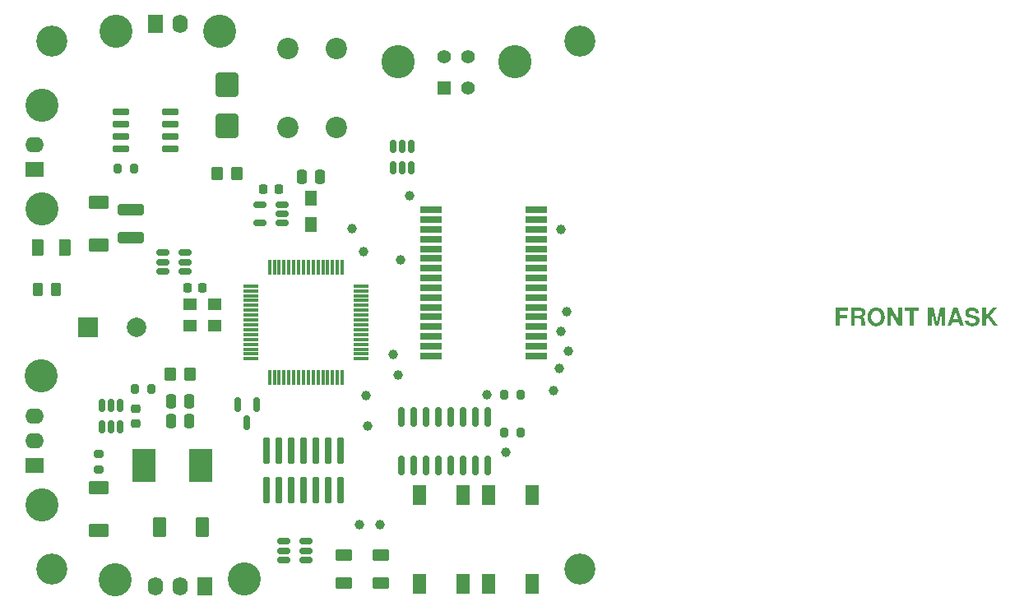
<source format=gbr>
%TF.GenerationSoftware,KiCad,Pcbnew,7.0.9-7.0.9~ubuntu22.04.1*%
%TF.CreationDate,2023-12-25T00:03:17-08:00*%
%TF.ProjectId,IMU-2X,494d552d-3258-42e6-9b69-6361645f7063,2*%
%TF.SameCoordinates,Original*%
%TF.FileFunction,Soldermask,Top*%
%TF.FilePolarity,Negative*%
%FSLAX46Y46*%
G04 Gerber Fmt 4.6, Leading zero omitted, Abs format (unit mm)*
G04 Created by KiCad (PCBNEW 7.0.9-7.0.9~ubuntu22.04.1) date 2023-12-25 00:03:17*
%MOMM*%
%LPD*%
G01*
G04 APERTURE LIST*
G04 Aperture macros list*
%AMRoundRect*
0 Rectangle with rounded corners*
0 $1 Rounding radius*
0 $2 $3 $4 $5 $6 $7 $8 $9 X,Y pos of 4 corners*
0 Add a 4 corners polygon primitive as box body*
4,1,4,$2,$3,$4,$5,$6,$7,$8,$9,$2,$3,0*
0 Add four circle primitives for the rounded corners*
1,1,$1+$1,$2,$3*
1,1,$1+$1,$4,$5*
1,1,$1+$1,$6,$7*
1,1,$1+$1,$8,$9*
0 Add four rect primitives between the rounded corners*
20,1,$1+$1,$2,$3,$4,$5,0*
20,1,$1+$1,$4,$5,$6,$7,0*
20,1,$1+$1,$6,$7,$8,$9,0*
20,1,$1+$1,$8,$9,$2,$3,0*%
G04 Aperture macros list end*
%ADD10C,0.300000*%
%ADD11C,3.403600*%
%ADD12R,1.905000X1.600200*%
%ADD13O,1.905000X1.600200*%
%ADD14RoundRect,0.150000X-0.150000X0.587500X-0.150000X-0.587500X0.150000X-0.587500X0.150000X0.587500X0*%
%ADD15RoundRect,0.250000X0.800000X-0.450000X0.800000X0.450000X-0.800000X0.450000X-0.800000X-0.450000X0*%
%ADD16C,1.000000*%
%ADD17RoundRect,0.150000X0.150000X-0.825000X0.150000X0.825000X-0.150000X0.825000X-0.150000X-0.825000X0*%
%ADD18C,2.200000*%
%ADD19RoundRect,0.250000X0.375000X0.625000X-0.375000X0.625000X-0.375000X-0.625000X0.375000X-0.625000X0*%
%ADD20RoundRect,0.150000X-0.512500X-0.150000X0.512500X-0.150000X0.512500X0.150000X-0.512500X0.150000X0*%
%ADD21RoundRect,0.200000X-0.200000X-0.275000X0.200000X-0.275000X0.200000X0.275000X-0.200000X0.275000X0*%
%ADD22RoundRect,0.150000X0.725000X0.150000X-0.725000X0.150000X-0.725000X-0.150000X0.725000X-0.150000X0*%
%ADD23RoundRect,0.225000X-0.250000X0.225000X-0.250000X-0.225000X0.250000X-0.225000X0.250000X0.225000X0*%
%ADD24RoundRect,0.150000X-0.150000X0.512500X-0.150000X-0.512500X0.150000X-0.512500X0.150000X0.512500X0*%
%ADD25RoundRect,0.250000X0.250000X0.475000X-0.250000X0.475000X-0.250000X-0.475000X0.250000X-0.475000X0*%
%ADD26R,1.600200X1.905000*%
%ADD27O,1.600200X1.905000*%
%ADD28RoundRect,0.150000X0.512500X0.150000X-0.512500X0.150000X-0.512500X-0.150000X0.512500X-0.150000X0*%
%ADD29C,3.200000*%
%ADD30RoundRect,0.250000X-0.350000X-0.450000X0.350000X-0.450000X0.350000X0.450000X-0.350000X0.450000X0*%
%ADD31R,1.400000X1.200000*%
%ADD32RoundRect,0.075000X-0.700000X-0.075000X0.700000X-0.075000X0.700000X0.075000X-0.700000X0.075000X0*%
%ADD33RoundRect,0.075000X-0.075000X-0.700000X0.075000X-0.700000X0.075000X0.700000X-0.075000X0.700000X0*%
%ADD34RoundRect,0.250000X0.900000X-1.000000X0.900000X1.000000X-0.900000X1.000000X-0.900000X-1.000000X0*%
%ADD35RoundRect,0.225000X-0.225000X-0.250000X0.225000X-0.250000X0.225000X0.250000X-0.225000X0.250000X0*%
%ADD36R,1.400000X1.400000*%
%ADD37C,1.400000*%
%ADD38C,3.429000*%
%ADD39R,1.400000X2.100000*%
%ADD40RoundRect,0.250000X0.625000X-0.375000X0.625000X0.375000X-0.625000X0.375000X-0.625000X-0.375000X0*%
%ADD41RoundRect,0.250000X1.100000X-0.325000X1.100000X0.325000X-1.100000X0.325000X-1.100000X-0.325000X0*%
%ADD42R,2.000000X2.000000*%
%ADD43C,2.000000*%
%ADD44RoundRect,0.162500X-0.162500X1.222500X-0.162500X-1.222500X0.162500X-1.222500X0.162500X1.222500X0*%
%ADD45R,2.413000X3.429000*%
%ADD46RoundRect,0.200000X-0.275000X0.200000X-0.275000X-0.200000X0.275000X-0.200000X0.275000X0.200000X0*%
%ADD47R,1.200000X1.500000*%
%ADD48RoundRect,0.250000X-0.262500X-0.450000X0.262500X-0.450000X0.262500X0.450000X-0.262500X0.450000X0*%
%ADD49R,2.200000X0.700000*%
%ADD50RoundRect,0.250000X-0.450000X-0.800000X0.450000X-0.800000X0.450000X0.800000X-0.450000X0.800000X0*%
G04 APERTURE END LIST*
D10*
G36*
X213935399Y-103687157D02*
G01*
X213935399Y-104472741D01*
X213560195Y-104472741D01*
X213560195Y-102649267D01*
X214840839Y-102649267D01*
X214840839Y-102961937D01*
X213935399Y-102961937D01*
X213935399Y-103374487D01*
X214733142Y-103374487D01*
X214733142Y-103687157D01*
X213935399Y-103687157D01*
G37*
G36*
X216127573Y-102649453D02*
G01*
X216153071Y-102650433D01*
X216177883Y-102652252D01*
X216202007Y-102654911D01*
X216225445Y-102658410D01*
X216248195Y-102662749D01*
X216270259Y-102667927D01*
X216291635Y-102673944D01*
X216312325Y-102680802D01*
X216332327Y-102688499D01*
X216351643Y-102697036D01*
X216370176Y-102706178D01*
X216387831Y-102715855D01*
X216404608Y-102726066D01*
X216420507Y-102736812D01*
X216435529Y-102748092D01*
X216449673Y-102759906D01*
X216462938Y-102772254D01*
X216475326Y-102785137D01*
X216486837Y-102798554D01*
X216497469Y-102812506D01*
X216504069Y-102822104D01*
X216516432Y-102841456D01*
X216527900Y-102860862D01*
X216538471Y-102880322D01*
X216548147Y-102899837D01*
X216556927Y-102919406D01*
X216564812Y-102939029D01*
X216571801Y-102958707D01*
X216577894Y-102978439D01*
X216583187Y-102998191D01*
X216587774Y-103018147D01*
X216591655Y-103038306D01*
X216594830Y-103058669D01*
X216597300Y-103079236D01*
X216599064Y-103100006D01*
X216600123Y-103120979D01*
X216600476Y-103142156D01*
X216600175Y-103162579D01*
X216599273Y-103182590D01*
X216597770Y-103202192D01*
X216595665Y-103221382D01*
X216592959Y-103240162D01*
X216589651Y-103258532D01*
X216585743Y-103276491D01*
X216581233Y-103294040D01*
X216576121Y-103311178D01*
X216570408Y-103327906D01*
X216564094Y-103344223D01*
X216549661Y-103375626D01*
X216532824Y-103405386D01*
X216513580Y-103433505D01*
X216491932Y-103459981D01*
X216467877Y-103484816D01*
X216454948Y-103496617D01*
X216441418Y-103508008D01*
X216427286Y-103518989D01*
X216412553Y-103529559D01*
X216397218Y-103539718D01*
X216381282Y-103549467D01*
X216364745Y-103558805D01*
X216347607Y-103567733D01*
X216329867Y-103576250D01*
X216311525Y-103584357D01*
X216292583Y-103592054D01*
X216308969Y-103598825D01*
X216327907Y-103606794D01*
X216345127Y-103614211D01*
X216363524Y-103622384D01*
X216379447Y-103629763D01*
X216392898Y-103636348D01*
X216409237Y-103645739D01*
X216423623Y-103656183D01*
X216438092Y-103668704D01*
X216450560Y-103681091D01*
X216458906Y-103690197D01*
X216470814Y-103703943D01*
X216482700Y-103719323D01*
X216492426Y-103733997D01*
X216500894Y-103749902D01*
X216504069Y-103757508D01*
X216509715Y-103775611D01*
X216513949Y-103793286D01*
X216517477Y-103810696D01*
X216521006Y-103830546D01*
X216523828Y-103848181D01*
X216526651Y-103867377D01*
X216529331Y-103887319D01*
X216531726Y-103907193D01*
X216533837Y-103927000D01*
X216535662Y-103946738D01*
X216537202Y-103966409D01*
X216538458Y-103986012D01*
X216539428Y-104005547D01*
X216540113Y-104025015D01*
X216540765Y-104045615D01*
X216541416Y-104068549D01*
X216541905Y-104087282D01*
X216542393Y-104107328D01*
X216542882Y-104128687D01*
X216543370Y-104151358D01*
X216543859Y-104175343D01*
X216544347Y-104200640D01*
X216544673Y-104218235D01*
X216544999Y-104236413D01*
X216545324Y-104255174D01*
X216546030Y-104274349D01*
X216548149Y-104292462D01*
X216551679Y-104309514D01*
X216558583Y-104330599D01*
X216567998Y-104349798D01*
X216579923Y-104367111D01*
X216594359Y-104382538D01*
X216611306Y-104396078D01*
X216625663Y-104404995D01*
X216625663Y-104472741D01*
X216222666Y-104472741D01*
X216214347Y-104456537D01*
X216206761Y-104440496D01*
X216198309Y-104420675D01*
X216191002Y-104401107D01*
X216184840Y-104381794D01*
X216179824Y-104362736D01*
X216176634Y-104347673D01*
X216173382Y-104327291D01*
X216171176Y-104308604D01*
X216169324Y-104287800D01*
X216167824Y-104264879D01*
X216166931Y-104246299D01*
X216166237Y-104226528D01*
X216165740Y-104205566D01*
X216165443Y-104183414D01*
X216165344Y-104160071D01*
X216165377Y-104141798D01*
X216165515Y-104120388D01*
X216165759Y-104100568D01*
X216166109Y-104082339D01*
X216166669Y-104062563D01*
X216167381Y-104045077D01*
X216167515Y-104042385D01*
X216168530Y-104024244D01*
X216169385Y-104004682D01*
X216169914Y-103986368D01*
X216170120Y-103967257D01*
X216169636Y-103946319D01*
X216168182Y-103926494D01*
X216165758Y-103907785D01*
X216162365Y-103890189D01*
X216156333Y-103868462D01*
X216148577Y-103848717D01*
X216139098Y-103830953D01*
X216127895Y-103815170D01*
X216114969Y-103801369D01*
X216100231Y-103789257D01*
X216083376Y-103778760D01*
X216064404Y-103769878D01*
X216043315Y-103762611D01*
X216026109Y-103758220D01*
X216007713Y-103754738D01*
X215988125Y-103752164D01*
X215967346Y-103750499D01*
X215945377Y-103749742D01*
X215937789Y-103749691D01*
X215507434Y-103749691D01*
X215507434Y-104472741D01*
X215132230Y-104472741D01*
X215132230Y-102961937D01*
X215507434Y-102961937D01*
X215507434Y-103437021D01*
X215959937Y-103437021D01*
X215984265Y-103436605D01*
X216007417Y-103435357D01*
X216029394Y-103433277D01*
X216050196Y-103430365D01*
X216069822Y-103426621D01*
X216088272Y-103422044D01*
X216105547Y-103416636D01*
X216126751Y-103408131D01*
X216145865Y-103398146D01*
X216158830Y-103389687D01*
X216174402Y-103376191D01*
X216187898Y-103359587D01*
X216199318Y-103339875D01*
X216206520Y-103323052D01*
X216212554Y-103304481D01*
X216217421Y-103284162D01*
X216221119Y-103262094D01*
X216223650Y-103238279D01*
X216225012Y-103212716D01*
X216225272Y-103194702D01*
X216224699Y-103169230D01*
X216222982Y-103145415D01*
X216220119Y-103123256D01*
X216216112Y-103102754D01*
X216210959Y-103083908D01*
X216204661Y-103066718D01*
X216194483Y-103046376D01*
X216182270Y-103028978D01*
X216168020Y-103014525D01*
X216160132Y-103008403D01*
X216142755Y-102997513D01*
X216123193Y-102988074D01*
X216101446Y-102980088D01*
X216083702Y-102975051D01*
X216064728Y-102970831D01*
X216044526Y-102967427D01*
X216023095Y-102964841D01*
X216000435Y-102963071D01*
X215976546Y-102962118D01*
X215959937Y-102961937D01*
X215507434Y-102961937D01*
X215132230Y-102961937D01*
X215132230Y-102649267D01*
X216110192Y-102649267D01*
X216127573Y-102649453D01*
G37*
G36*
X217728056Y-102619563D02*
G01*
X217752308Y-102620344D01*
X217776262Y-102621646D01*
X217799919Y-102623469D01*
X217823278Y-102625812D01*
X217846340Y-102628677D01*
X217869103Y-102632062D01*
X217891569Y-102635968D01*
X217913737Y-102640394D01*
X217935608Y-102645342D01*
X217957181Y-102650810D01*
X217978456Y-102656799D01*
X217999433Y-102663308D01*
X218020113Y-102670339D01*
X218040495Y-102677890D01*
X218060579Y-102685962D01*
X218080366Y-102694555D01*
X218099855Y-102703669D01*
X218119046Y-102713303D01*
X218137939Y-102723458D01*
X218156535Y-102734134D01*
X218174833Y-102745331D01*
X218192833Y-102757048D01*
X218210536Y-102769287D01*
X218227941Y-102782046D01*
X218245048Y-102795325D01*
X218261858Y-102809126D01*
X218278369Y-102823447D01*
X218294583Y-102838290D01*
X218310500Y-102853652D01*
X218326118Y-102869536D01*
X218341439Y-102885941D01*
X218356374Y-102902743D01*
X218370835Y-102919876D01*
X218384822Y-102937339D01*
X218398335Y-102955131D01*
X218411373Y-102973254D01*
X218423938Y-102991706D01*
X218436028Y-103010488D01*
X218447644Y-103029601D01*
X218458786Y-103049043D01*
X218469454Y-103068815D01*
X218479648Y-103088917D01*
X218489367Y-103109349D01*
X218498613Y-103130111D01*
X218507384Y-103151203D01*
X218515681Y-103172625D01*
X218523504Y-103194376D01*
X218530853Y-103216458D01*
X218537728Y-103238870D01*
X218544129Y-103261611D01*
X218550056Y-103284683D01*
X218555508Y-103308084D01*
X218560486Y-103331816D01*
X218564991Y-103355877D01*
X218569021Y-103380269D01*
X218572577Y-103404990D01*
X218575658Y-103430041D01*
X218578266Y-103455422D01*
X218580400Y-103481133D01*
X218582059Y-103507174D01*
X218583245Y-103533545D01*
X218583956Y-103560246D01*
X218584193Y-103587277D01*
X218583960Y-103612466D01*
X218583260Y-103637390D01*
X218582094Y-103662047D01*
X218580461Y-103686438D01*
X218578362Y-103710563D01*
X218575796Y-103734421D01*
X218572764Y-103758013D01*
X218569265Y-103781338D01*
X218565300Y-103804398D01*
X218560868Y-103827190D01*
X218555970Y-103849717D01*
X218550605Y-103871977D01*
X218544774Y-103893971D01*
X218538476Y-103915699D01*
X218531712Y-103937160D01*
X218524482Y-103958355D01*
X218516784Y-103979284D01*
X218508621Y-103999946D01*
X218499991Y-104020342D01*
X218490894Y-104040472D01*
X218481331Y-104060335D01*
X218471301Y-104079932D01*
X218460805Y-104099263D01*
X218449842Y-104118327D01*
X218438413Y-104137125D01*
X218426518Y-104155657D01*
X218414156Y-104173922D01*
X218401327Y-104191921D01*
X218388032Y-104209654D01*
X218374270Y-104227120D01*
X218360042Y-104244320D01*
X218345348Y-104261254D01*
X218330262Y-104277792D01*
X218314861Y-104293805D01*
X218299144Y-104309293D01*
X218283112Y-104324256D01*
X218266765Y-104338694D01*
X218250101Y-104352607D01*
X218233123Y-104365995D01*
X218215829Y-104378858D01*
X218198219Y-104391196D01*
X218180294Y-104403009D01*
X218162053Y-104414297D01*
X218143496Y-104425060D01*
X218124625Y-104435298D01*
X218105437Y-104445010D01*
X218085934Y-104454198D01*
X218066116Y-104462861D01*
X218045982Y-104470999D01*
X218025533Y-104478612D01*
X218004768Y-104485699D01*
X217983687Y-104492262D01*
X217962291Y-104498300D01*
X217940580Y-104503812D01*
X217918553Y-104508800D01*
X217896210Y-104513263D01*
X217873552Y-104517200D01*
X217850579Y-104520613D01*
X217827290Y-104523501D01*
X217803685Y-104525863D01*
X217779765Y-104527701D01*
X217755529Y-104529013D01*
X217730978Y-104529801D01*
X217706111Y-104530063D01*
X217681404Y-104529802D01*
X217657004Y-104529018D01*
X217632912Y-104527712D01*
X217609128Y-104525884D01*
X217585652Y-104523532D01*
X217562484Y-104520659D01*
X217539623Y-104517263D01*
X217517071Y-104513344D01*
X217494826Y-104508903D01*
X217472890Y-104503940D01*
X217451261Y-104498454D01*
X217429940Y-104492445D01*
X217408927Y-104485914D01*
X217388222Y-104478861D01*
X217367825Y-104471285D01*
X217347735Y-104463187D01*
X217327954Y-104454566D01*
X217308480Y-104445423D01*
X217289314Y-104435757D01*
X217270457Y-104425569D01*
X217251907Y-104414858D01*
X217233665Y-104403625D01*
X217215731Y-104391869D01*
X217198104Y-104379591D01*
X217180786Y-104366790D01*
X217163775Y-104353467D01*
X217147073Y-104339622D01*
X217130678Y-104325254D01*
X217114591Y-104310363D01*
X217098812Y-104294950D01*
X217083341Y-104279015D01*
X217068178Y-104262557D01*
X217053403Y-104245688D01*
X217039098Y-104228521D01*
X217025261Y-104211056D01*
X217011893Y-104193292D01*
X216998995Y-104175229D01*
X216986565Y-104156868D01*
X216974605Y-104138208D01*
X216963113Y-104119250D01*
X216952091Y-104099993D01*
X216941537Y-104080437D01*
X216931453Y-104060583D01*
X216921838Y-104040431D01*
X216912692Y-104019980D01*
X216904014Y-103999230D01*
X216895806Y-103978182D01*
X216888067Y-103956835D01*
X216880797Y-103935190D01*
X216873996Y-103913246D01*
X216867664Y-103891003D01*
X216861801Y-103868462D01*
X216856407Y-103845623D01*
X216851482Y-103822485D01*
X216847026Y-103799048D01*
X216843039Y-103775313D01*
X216839522Y-103751279D01*
X216836473Y-103726947D01*
X216833893Y-103702316D01*
X216831782Y-103677386D01*
X216830141Y-103652158D01*
X216828968Y-103626632D01*
X216828265Y-103600807D01*
X216828034Y-103575117D01*
X217203234Y-103575117D01*
X217203368Y-103592974D01*
X217203772Y-103610608D01*
X217204444Y-103628020D01*
X217206595Y-103662178D01*
X217209821Y-103695446D01*
X217214123Y-103727826D01*
X217219501Y-103759317D01*
X217225954Y-103789919D01*
X217233482Y-103819632D01*
X217242086Y-103848457D01*
X217251765Y-103876392D01*
X217262520Y-103903438D01*
X217274350Y-103929596D01*
X217287256Y-103954865D01*
X217301237Y-103979245D01*
X217316294Y-104002736D01*
X217332426Y-104025338D01*
X217340896Y-104036305D01*
X217358454Y-104057340D01*
X217376716Y-104077018D01*
X217395679Y-104095338D01*
X217415345Y-104112302D01*
X217435713Y-104127908D01*
X217456783Y-104142157D01*
X217478556Y-104155049D01*
X217501030Y-104166585D01*
X217524207Y-104176763D01*
X217548087Y-104185584D01*
X217572669Y-104193047D01*
X217597953Y-104199154D01*
X217623939Y-104203904D01*
X217650627Y-104207297D01*
X217678018Y-104209332D01*
X217706111Y-104210011D01*
X217733945Y-104209337D01*
X217761100Y-104207317D01*
X217787577Y-104203950D01*
X217813375Y-104199236D01*
X217838494Y-104193175D01*
X217862935Y-104185767D01*
X217886697Y-104177012D01*
X217909781Y-104166910D01*
X217932186Y-104155462D01*
X217953913Y-104142666D01*
X217974961Y-104128524D01*
X217995331Y-104113034D01*
X218015022Y-104096198D01*
X218034035Y-104078015D01*
X218052369Y-104058485D01*
X218070024Y-104037608D01*
X218086852Y-104015585D01*
X218102594Y-103992723D01*
X218117251Y-103969023D01*
X218130821Y-103944486D01*
X218143306Y-103919110D01*
X218154706Y-103892897D01*
X218165020Y-103865845D01*
X218174248Y-103837955D01*
X218182390Y-103809228D01*
X218189447Y-103779662D01*
X218195418Y-103749259D01*
X218200304Y-103718017D01*
X218204103Y-103685938D01*
X218206818Y-103653020D01*
X218208446Y-103619265D01*
X218208989Y-103584671D01*
X218208856Y-103566359D01*
X218208456Y-103548281D01*
X218207790Y-103530437D01*
X218206858Y-103512828D01*
X218205660Y-103495452D01*
X218202464Y-103461403D01*
X218198203Y-103428290D01*
X218192876Y-103396114D01*
X218186484Y-103364874D01*
X218179027Y-103334571D01*
X218170505Y-103305204D01*
X218160917Y-103276773D01*
X218150264Y-103249279D01*
X218138546Y-103222721D01*
X218125762Y-103197099D01*
X218111913Y-103172414D01*
X218096999Y-103148665D01*
X218081019Y-103125853D01*
X218072630Y-103114798D01*
X218055219Y-103093553D01*
X218037075Y-103073678D01*
X218018198Y-103055175D01*
X217998588Y-103038042D01*
X217978246Y-103022279D01*
X217957170Y-103007887D01*
X217935362Y-102994866D01*
X217912821Y-102983216D01*
X217889547Y-102972936D01*
X217865541Y-102964027D01*
X217840801Y-102956488D01*
X217815329Y-102950320D01*
X217789124Y-102945523D01*
X217762186Y-102942096D01*
X217734515Y-102940040D01*
X217706111Y-102939355D01*
X217678018Y-102940035D01*
X217650627Y-102942076D01*
X217623939Y-102945477D01*
X217597953Y-102950239D01*
X217572669Y-102956361D01*
X217548087Y-102963843D01*
X217524207Y-102972687D01*
X217501030Y-102982890D01*
X217478556Y-102994454D01*
X217456783Y-103007378D01*
X217435713Y-103021663D01*
X217415345Y-103037309D01*
X217395679Y-103054315D01*
X217376716Y-103072681D01*
X217358454Y-103092408D01*
X217340896Y-103113495D01*
X217324226Y-103135654D01*
X217308631Y-103158706D01*
X217294112Y-103182650D01*
X217280669Y-103207486D01*
X217268301Y-103233214D01*
X217257008Y-103259835D01*
X217246791Y-103287348D01*
X217237649Y-103315753D01*
X217229583Y-103345051D01*
X217222593Y-103375241D01*
X217216677Y-103406323D01*
X217211838Y-103438297D01*
X217208074Y-103471164D01*
X217205385Y-103504923D01*
X217203772Y-103539574D01*
X217203368Y-103557234D01*
X217203234Y-103575117D01*
X216828034Y-103575117D01*
X216828030Y-103574683D01*
X216828266Y-103548559D01*
X216828973Y-103522734D01*
X216830152Y-103497208D01*
X216831803Y-103471980D01*
X216833925Y-103447050D01*
X216836519Y-103422419D01*
X216839584Y-103398087D01*
X216843121Y-103374053D01*
X216847129Y-103350318D01*
X216851609Y-103326881D01*
X216856561Y-103303743D01*
X216861984Y-103280904D01*
X216867879Y-103258363D01*
X216874245Y-103236120D01*
X216881083Y-103214176D01*
X216888393Y-103192531D01*
X216896174Y-103171184D01*
X216904427Y-103150136D01*
X216913151Y-103129386D01*
X216922347Y-103108935D01*
X216932014Y-103088783D01*
X216942153Y-103068929D01*
X216952764Y-103049373D01*
X216963846Y-103030116D01*
X216975400Y-103011158D01*
X216987425Y-102992498D01*
X216999922Y-102974137D01*
X217012891Y-102956074D01*
X217026331Y-102938310D01*
X217040243Y-102920845D01*
X217054626Y-102903678D01*
X217069481Y-102886809D01*
X217084719Y-102870351D01*
X217100252Y-102854416D01*
X217116081Y-102839003D01*
X217132205Y-102824112D01*
X217148624Y-102809744D01*
X217165338Y-102795899D01*
X217182347Y-102782576D01*
X217199651Y-102769775D01*
X217217251Y-102757497D01*
X217235146Y-102745741D01*
X217253335Y-102734508D01*
X217271821Y-102723797D01*
X217290601Y-102713609D01*
X217309676Y-102703943D01*
X217329047Y-102694800D01*
X217348712Y-102686179D01*
X217368673Y-102678081D01*
X217388929Y-102670505D01*
X217409480Y-102663452D01*
X217430327Y-102656921D01*
X217451468Y-102650912D01*
X217472905Y-102645426D01*
X217494637Y-102640463D01*
X217516664Y-102636022D01*
X217538986Y-102632103D01*
X217561603Y-102628707D01*
X217584516Y-102625834D01*
X217607724Y-102623482D01*
X217631226Y-102621654D01*
X217655024Y-102620348D01*
X217679118Y-102619564D01*
X217703506Y-102619303D01*
X217728056Y-102619563D01*
G37*
G36*
X219981654Y-104472741D02*
G01*
X219249051Y-103212073D01*
X219249051Y-104472741D01*
X218873847Y-104472741D01*
X218873847Y-102649267D01*
X219259039Y-102649267D01*
X219981654Y-103889959D01*
X219981654Y-102649267D01*
X220356858Y-102649267D01*
X220356858Y-104472741D01*
X219981654Y-104472741D01*
G37*
G36*
X221551083Y-102961937D02*
G01*
X221551083Y-104472741D01*
X221175879Y-104472741D01*
X221175879Y-102961937D01*
X220623061Y-102961937D01*
X220623061Y-102649267D01*
X222083925Y-102649267D01*
X222083925Y-102961937D01*
X221551083Y-102961937D01*
G37*
G36*
X223416246Y-103051829D02*
G01*
X223416246Y-104472741D01*
X223041042Y-104472741D01*
X223041042Y-102649267D01*
X223601242Y-102649267D01*
X223931283Y-104100142D01*
X224251769Y-102649267D01*
X224816747Y-102649267D01*
X224816747Y-104472741D01*
X224441543Y-104472741D01*
X224441543Y-103051829D01*
X224118885Y-104472741D01*
X223743681Y-104472741D01*
X223416246Y-103051829D01*
G37*
G36*
X226723599Y-104472741D02*
G01*
X226338407Y-104472741D01*
X226218550Y-104104919D01*
X225535453Y-104104919D01*
X225412991Y-104472741D01*
X225030404Y-104472741D01*
X225272036Y-103792249D01*
X225640545Y-103792249D01*
X226115630Y-103792249D01*
X225878087Y-103079622D01*
X225640545Y-103792249D01*
X225272036Y-103792249D01*
X225677892Y-102649267D01*
X226093482Y-102649267D01*
X226723599Y-104472741D01*
G37*
G36*
X228276960Y-103204690D02*
G01*
X227926944Y-103204690D01*
X227925361Y-103187137D01*
X227920187Y-103153702D01*
X227912336Y-103122496D01*
X227901809Y-103093519D01*
X227888604Y-103066771D01*
X227872723Y-103042252D01*
X227854165Y-103019962D01*
X227832930Y-102999901D01*
X227809019Y-102982069D01*
X227782430Y-102966466D01*
X227753165Y-102953092D01*
X227721223Y-102941948D01*
X227704248Y-102937211D01*
X227686604Y-102933032D01*
X227668291Y-102929409D01*
X227649308Y-102926345D01*
X227629656Y-102923837D01*
X227609335Y-102921887D01*
X227588345Y-102920493D01*
X227566686Y-102919658D01*
X227544357Y-102919379D01*
X227526461Y-102919618D01*
X227509033Y-102920336D01*
X227483768Y-102922309D01*
X227459557Y-102925359D01*
X227436400Y-102929484D01*
X227414295Y-102934687D01*
X227393245Y-102940965D01*
X227373247Y-102948320D01*
X227354303Y-102956752D01*
X227336413Y-102966259D01*
X227319576Y-102976843D01*
X227314198Y-102980610D01*
X227298987Y-102992454D01*
X227285272Y-103005022D01*
X227273053Y-103018316D01*
X227262330Y-103032335D01*
X227253104Y-103047079D01*
X227243129Y-103067866D01*
X227237394Y-103084302D01*
X227233155Y-103101464D01*
X227230412Y-103119351D01*
X227229165Y-103137962D01*
X227229082Y-103144328D01*
X227229719Y-103162682D01*
X227231632Y-103180129D01*
X227236164Y-103201978D01*
X227242963Y-103222212D01*
X227252028Y-103240831D01*
X227263360Y-103257835D01*
X227276958Y-103273224D01*
X227292822Y-103286999D01*
X227301604Y-103293280D01*
X227321729Y-103305311D01*
X227339442Y-103314164D01*
X227359398Y-103322873D01*
X227381599Y-103331436D01*
X227406044Y-103339855D01*
X227423588Y-103345387D01*
X227442129Y-103350854D01*
X227461667Y-103356257D01*
X227482203Y-103361595D01*
X227503737Y-103366869D01*
X227526268Y-103372079D01*
X227549796Y-103377224D01*
X227574322Y-103382304D01*
X227859199Y-103437021D01*
X227890254Y-103443586D01*
X227920233Y-103450687D01*
X227949137Y-103458324D01*
X227976966Y-103466497D01*
X228003719Y-103475206D01*
X228029396Y-103484451D01*
X228053998Y-103494232D01*
X228077525Y-103504549D01*
X228099976Y-103515403D01*
X228121351Y-103526792D01*
X228141652Y-103538717D01*
X228160876Y-103551178D01*
X228179025Y-103564176D01*
X228196099Y-103577709D01*
X228212097Y-103591779D01*
X228227020Y-103606384D01*
X228240956Y-103621580D01*
X228253992Y-103637529D01*
X228266129Y-103654231D01*
X228277368Y-103671687D01*
X228287707Y-103689895D01*
X228297147Y-103708857D01*
X228305688Y-103728572D01*
X228313330Y-103749040D01*
X228320073Y-103770261D01*
X228325917Y-103792236D01*
X228330862Y-103814963D01*
X228334907Y-103838444D01*
X228338054Y-103862678D01*
X228340302Y-103887665D01*
X228341650Y-103913405D01*
X228342100Y-103939899D01*
X228341328Y-103974112D01*
X228339013Y-104007379D01*
X228335153Y-104039700D01*
X228329751Y-104071074D01*
X228322804Y-104101501D01*
X228314314Y-104130982D01*
X228304280Y-104159516D01*
X228292702Y-104187103D01*
X228279581Y-104213745D01*
X228264916Y-104239439D01*
X228248708Y-104264187D01*
X228230956Y-104287988D01*
X228211660Y-104310843D01*
X228190820Y-104332751D01*
X228168437Y-104353713D01*
X228144510Y-104373728D01*
X228119206Y-104392660D01*
X228092690Y-104410369D01*
X228064963Y-104426858D01*
X228036025Y-104442125D01*
X228005876Y-104456171D01*
X227974516Y-104468995D01*
X227941945Y-104480598D01*
X227925205Y-104485941D01*
X227908162Y-104490980D01*
X227890816Y-104495712D01*
X227873168Y-104500140D01*
X227855217Y-104504262D01*
X227836963Y-104508079D01*
X227818406Y-104511590D01*
X227799547Y-104514796D01*
X227780384Y-104517697D01*
X227760919Y-104520292D01*
X227741151Y-104522582D01*
X227721081Y-104524567D01*
X227700707Y-104526247D01*
X227680031Y-104527621D01*
X227659052Y-104528689D01*
X227637770Y-104529453D01*
X227616185Y-104529911D01*
X227594298Y-104530063D01*
X227572574Y-104529912D01*
X227551155Y-104529458D01*
X227530040Y-104528701D01*
X227509230Y-104527641D01*
X227488724Y-104526278D01*
X227468522Y-104524613D01*
X227448626Y-104522645D01*
X227429033Y-104520374D01*
X227409745Y-104517800D01*
X227390762Y-104514923D01*
X227372083Y-104511744D01*
X227353709Y-104508262D01*
X227335639Y-104504477D01*
X227317874Y-104500389D01*
X227300413Y-104495999D01*
X227283256Y-104491305D01*
X227266404Y-104486309D01*
X227249857Y-104481010D01*
X227217676Y-104469504D01*
X227186712Y-104456786D01*
X227156967Y-104442858D01*
X227128440Y-104427718D01*
X227101130Y-104411367D01*
X227075039Y-104393805D01*
X227050165Y-104375031D01*
X227026642Y-104355114D01*
X227004493Y-104334122D01*
X226983718Y-104312054D01*
X226964317Y-104288911D01*
X226946290Y-104264693D01*
X226929637Y-104239398D01*
X226914358Y-104213029D01*
X226900453Y-104185584D01*
X226887922Y-104157063D01*
X226876765Y-104127467D01*
X226866982Y-104096795D01*
X226858573Y-104065048D01*
X226851539Y-104032226D01*
X226845878Y-103998328D01*
X226843563Y-103980975D01*
X226841591Y-103963354D01*
X226839963Y-103945464D01*
X226838679Y-103927305D01*
X227203895Y-103927305D01*
X227205515Y-103945488D01*
X227207878Y-103963125D01*
X227210984Y-103980216D01*
X227217036Y-104004828D01*
X227224760Y-104028210D01*
X227234155Y-104050364D01*
X227245223Y-104071289D01*
X227257962Y-104090985D01*
X227272373Y-104109452D01*
X227288455Y-104126690D01*
X227306210Y-104142698D01*
X227318975Y-104152688D01*
X227339427Y-104166502D01*
X227361376Y-104178958D01*
X227384821Y-104190054D01*
X227401283Y-104196697D01*
X227418409Y-104202736D01*
X227436200Y-104208171D01*
X227454657Y-104213002D01*
X227473778Y-104217230D01*
X227493564Y-104220853D01*
X227514015Y-104223873D01*
X227535131Y-104226288D01*
X227556912Y-104228100D01*
X227579358Y-104229308D01*
X227602469Y-104229912D01*
X227614274Y-104229987D01*
X227635273Y-104229734D01*
X227655712Y-104228976D01*
X227675592Y-104227712D01*
X227694911Y-104225943D01*
X227713671Y-104223668D01*
X227731871Y-104220888D01*
X227749511Y-104217602D01*
X227766592Y-104213811D01*
X227791163Y-104207176D01*
X227814475Y-104199404D01*
X227836527Y-104190494D01*
X227857319Y-104180447D01*
X227876852Y-104169263D01*
X227883083Y-104165282D01*
X227900778Y-104152629D01*
X227916732Y-104139099D01*
X227930945Y-104124690D01*
X227943419Y-104109404D01*
X227954151Y-104093240D01*
X227963144Y-104076198D01*
X227970396Y-104058279D01*
X227975907Y-104039481D01*
X227979678Y-104019805D01*
X227981709Y-103999252D01*
X227982095Y-103985062D01*
X227981412Y-103964823D01*
X227979363Y-103945470D01*
X227975946Y-103927002D01*
X227971164Y-103909419D01*
X227965015Y-103892722D01*
X227957500Y-103876910D01*
X227945354Y-103857206D01*
X227934651Y-103843460D01*
X227922581Y-103830600D01*
X227909145Y-103818626D01*
X227904362Y-103814831D01*
X227888899Y-103803812D01*
X227871497Y-103793228D01*
X227852156Y-103783079D01*
X227830877Y-103773365D01*
X227807658Y-103764087D01*
X227791102Y-103758143D01*
X227773683Y-103752392D01*
X227755404Y-103746835D01*
X227736262Y-103741471D01*
X227716259Y-103736301D01*
X227695394Y-103731324D01*
X227673667Y-103726540D01*
X227651079Y-103721950D01*
X227639461Y-103719727D01*
X227384114Y-103669787D01*
X227366927Y-103666444D01*
X227333488Y-103659408D01*
X227301299Y-103651903D01*
X227270357Y-103643930D01*
X227240665Y-103635489D01*
X227212220Y-103626580D01*
X227185024Y-103617203D01*
X227159077Y-103607357D01*
X227134378Y-103597043D01*
X227110928Y-103586261D01*
X227088727Y-103575011D01*
X227067773Y-103563293D01*
X227048069Y-103551106D01*
X227029612Y-103538452D01*
X227012405Y-103525329D01*
X226996445Y-103511738D01*
X226988934Y-103504767D01*
X226974683Y-103490315D01*
X226961352Y-103475081D01*
X226948939Y-103459062D01*
X226937447Y-103442260D01*
X226926873Y-103424674D01*
X226917219Y-103406304D01*
X226908485Y-103387151D01*
X226900670Y-103367213D01*
X226893774Y-103346493D01*
X226887798Y-103324988D01*
X226882741Y-103302700D01*
X226878604Y-103279628D01*
X226875386Y-103255772D01*
X226873087Y-103231133D01*
X226871708Y-103205710D01*
X226871249Y-103179503D01*
X226871956Y-103146538D01*
X226874078Y-103114519D01*
X226877615Y-103083448D01*
X226882567Y-103053322D01*
X226888933Y-103024143D01*
X226896714Y-102995911D01*
X226905910Y-102968625D01*
X226916521Y-102942286D01*
X226928546Y-102916894D01*
X226941986Y-102892448D01*
X226956841Y-102868948D01*
X226973111Y-102846395D01*
X226990795Y-102824789D01*
X227009894Y-102804129D01*
X227030408Y-102784416D01*
X227052337Y-102765650D01*
X227075599Y-102747928D01*
X227100004Y-102731350D01*
X227125552Y-102715914D01*
X227152244Y-102701623D01*
X227180080Y-102688474D01*
X227209058Y-102676469D01*
X227239180Y-102665608D01*
X227270446Y-102655889D01*
X227302854Y-102647314D01*
X227336406Y-102639883D01*
X227353611Y-102636596D01*
X227371101Y-102633594D01*
X227388878Y-102630879D01*
X227406940Y-102628449D01*
X227425288Y-102626306D01*
X227443922Y-102624448D01*
X227462842Y-102622876D01*
X227482047Y-102621589D01*
X227501539Y-102620589D01*
X227521316Y-102619874D01*
X227541379Y-102619446D01*
X227561728Y-102619303D01*
X227579503Y-102619413D01*
X227597163Y-102619745D01*
X227614709Y-102620299D01*
X227632140Y-102621074D01*
X227655203Y-102622451D01*
X227678063Y-102624222D01*
X227700720Y-102626387D01*
X227723172Y-102628945D01*
X227745422Y-102631896D01*
X227767847Y-102635357D01*
X227790612Y-102639659D01*
X227807908Y-102643437D01*
X227825396Y-102647689D01*
X227843074Y-102652414D01*
X227860943Y-102657613D01*
X227879002Y-102663285D01*
X227897253Y-102669430D01*
X227915694Y-102676048D01*
X227934326Y-102683139D01*
X227952891Y-102690585D01*
X227970967Y-102698427D01*
X227988555Y-102706666D01*
X228005654Y-102715302D01*
X228022265Y-102724335D01*
X228038387Y-102733765D01*
X228054020Y-102743592D01*
X228069165Y-102753816D01*
X228083822Y-102764437D01*
X228097989Y-102775454D01*
X228107163Y-102783020D01*
X228120551Y-102794921D01*
X228133519Y-102807661D01*
X228146068Y-102821241D01*
X228158196Y-102835661D01*
X228169905Y-102850920D01*
X228181193Y-102867020D01*
X228192062Y-102883958D01*
X228202511Y-102901737D01*
X228212541Y-102920355D01*
X228222150Y-102939813D01*
X228228323Y-102953252D01*
X228237015Y-102973909D01*
X228244852Y-102995170D01*
X228251834Y-103017034D01*
X228257961Y-103039500D01*
X228263234Y-103062570D01*
X228267651Y-103086243D01*
X228271213Y-103110519D01*
X228273921Y-103135398D01*
X228275773Y-103160880D01*
X228276770Y-103186965D01*
X228276960Y-103204690D01*
G37*
G36*
X229007826Y-103862600D02*
G01*
X229007826Y-104472741D01*
X228632622Y-104472741D01*
X228632622Y-102649267D01*
X229007826Y-102649267D01*
X229007826Y-103449615D01*
X229720453Y-102649267D01*
X230163402Y-102649267D01*
X229435576Y-103434850D01*
X230240701Y-104472741D01*
X229792975Y-104472741D01*
X229195428Y-103667181D01*
X229007826Y-103862600D01*
G37*
D11*
%TO.C,J5*%
X131726000Y-109608000D03*
X131826000Y-122936000D03*
D12*
X131064000Y-118872000D03*
D13*
X131064000Y-116332000D03*
X131064000Y-113792000D03*
%TD*%
D14*
%TO.C,U8*%
X153900000Y-112602500D03*
X152000000Y-112602500D03*
X152950000Y-114477500D03*
%TD*%
D15*
%TO.C,D4*%
X137693400Y-125567800D03*
X137693400Y-121167800D03*
%TD*%
D16*
%TO.C,TP1*%
X169646600Y-91135200D03*
%TD*%
D15*
%TO.C,D2*%
X137668000Y-96180000D03*
X137668000Y-91780000D03*
%TD*%
D17*
%TO.C,U10*%
X168795000Y-118855000D03*
X170065000Y-118855000D03*
X171335000Y-118855000D03*
X172605000Y-118855000D03*
X173875000Y-118855000D03*
X175145000Y-118855000D03*
X176415000Y-118855000D03*
X177685000Y-118855000D03*
X177685000Y-113905000D03*
X176415000Y-113905000D03*
X175145000Y-113905000D03*
X173875000Y-113905000D03*
X172605000Y-113905000D03*
X171335000Y-113905000D03*
X170065000Y-113905000D03*
X168795000Y-113905000D03*
%TD*%
D16*
%TO.C,TP12*%
X184454800Y-111201200D03*
%TD*%
D18*
%TO.C,J2*%
X162178500Y-75910500D03*
X157178500Y-75910500D03*
X162178500Y-84110500D03*
X157178500Y-84110500D03*
%TD*%
D19*
%TO.C,D3*%
X134242000Y-96393000D03*
X131442000Y-96393000D03*
%TD*%
D20*
%TO.C,U11*%
X156723500Y-126685000D03*
X156723500Y-127635000D03*
X156723500Y-128585000D03*
X158998500Y-128585000D03*
X158998500Y-127635000D03*
X158998500Y-126685000D03*
%TD*%
D21*
%TO.C,R6*%
X179445000Y-111570000D03*
X181095000Y-111570000D03*
%TD*%
D16*
%TO.C,TP18*%
X165354000Y-114808000D03*
%TD*%
%TO.C,TP6*%
X185877200Y-103073200D03*
%TD*%
D22*
%TO.C,U1*%
X145069000Y-86233000D03*
X145069000Y-84963000D03*
X145069000Y-83693000D03*
X145069000Y-82423000D03*
X139919000Y-82423000D03*
X139919000Y-83693000D03*
X139919000Y-84963000D03*
X139919000Y-86233000D03*
%TD*%
D16*
%TO.C,TP11*%
X168478200Y-109524800D03*
%TD*%
D23*
%TO.C,C7*%
X141478000Y-113017000D03*
X141478000Y-114567000D03*
%TD*%
D16*
%TO.C,TP9*%
X168021000Y-107442000D03*
%TD*%
D21*
%TO.C,R7*%
X179435000Y-115470000D03*
X181085000Y-115470000D03*
%TD*%
D24*
%TO.C,U2*%
X169860000Y-85984500D03*
X168910000Y-85984500D03*
X167960000Y-85984500D03*
X167960000Y-88259500D03*
X168910000Y-88259500D03*
X169860000Y-88259500D03*
%TD*%
D25*
%TO.C,C6*%
X147000000Y-112268000D03*
X145100000Y-112268000D03*
%TD*%
D11*
%TO.C,J7*%
X139326000Y-130656000D03*
X152654000Y-130556000D03*
D26*
X148590000Y-131318000D03*
D27*
X146050000Y-131318000D03*
X143510000Y-131318000D03*
%TD*%
D25*
%TO.C,C1*%
X160462000Y-89154000D03*
X158562000Y-89154000D03*
%TD*%
D28*
%TO.C,U4*%
X146552500Y-98867000D03*
X146552500Y-97917000D03*
X146552500Y-96967000D03*
X144277500Y-96967000D03*
X144277500Y-97917000D03*
X144277500Y-98867000D03*
%TD*%
D16*
%TO.C,TP7*%
X185293000Y-105079800D03*
%TD*%
D29*
%TO.C,H2*%
X187198000Y-75184000D03*
%TD*%
D16*
%TO.C,TP2*%
X163753800Y-94488000D03*
%TD*%
D30*
%TO.C,R2*%
X149876000Y-88773000D03*
X151876000Y-88773000D03*
%TD*%
D29*
%TO.C,H1*%
X132842000Y-75184000D03*
%TD*%
D31*
%TO.C,U6*%
X147066000Y-104478000D03*
X149606000Y-104478000D03*
X149606000Y-102278000D03*
X147066000Y-102278000D03*
%TD*%
D11*
%TO.C,J1*%
X139446000Y-74168000D03*
X150114000Y-74168000D03*
D26*
X143510000Y-73406000D03*
D27*
X146050000Y-73406000D03*
%TD*%
D16*
%TO.C,TP4*%
X164922200Y-96875600D03*
%TD*%
%TO.C,TP10*%
X185064400Y-108864400D03*
%TD*%
%TO.C,TP5*%
X168732200Y-97739200D03*
%TD*%
%TO.C,TP17*%
X166598600Y-124968000D03*
%TD*%
D32*
%TO.C,U7*%
X153329000Y-100390000D03*
X153329000Y-100890000D03*
X153329000Y-101390000D03*
X153329000Y-101890000D03*
X153329000Y-102390000D03*
X153329000Y-102890000D03*
X153329000Y-103390000D03*
X153329000Y-103890000D03*
X153329000Y-104390000D03*
X153329000Y-104890000D03*
X153329000Y-105390000D03*
X153329000Y-105890000D03*
X153329000Y-106390000D03*
X153329000Y-106890000D03*
X153329000Y-107390000D03*
X153329000Y-107890000D03*
D33*
X155254000Y-109815000D03*
X155754000Y-109815000D03*
X156254000Y-109815000D03*
X156754000Y-109815000D03*
X157254000Y-109815000D03*
X157754000Y-109815000D03*
X158254000Y-109815000D03*
X158754000Y-109815000D03*
X159254000Y-109815000D03*
X159754000Y-109815000D03*
X160254000Y-109815000D03*
X160754000Y-109815000D03*
X161254000Y-109815000D03*
X161754000Y-109815000D03*
X162254000Y-109815000D03*
X162754000Y-109815000D03*
D32*
X164679000Y-107890000D03*
X164679000Y-107390000D03*
X164679000Y-106890000D03*
X164679000Y-106390000D03*
X164679000Y-105890000D03*
X164679000Y-105390000D03*
X164679000Y-104890000D03*
X164679000Y-104390000D03*
X164679000Y-103890000D03*
X164679000Y-103390000D03*
X164679000Y-102890000D03*
X164679000Y-102390000D03*
X164679000Y-101890000D03*
X164679000Y-101390000D03*
X164679000Y-100890000D03*
X164679000Y-100390000D03*
D33*
X162754000Y-98465000D03*
X162254000Y-98465000D03*
X161754000Y-98465000D03*
X161254000Y-98465000D03*
X160754000Y-98465000D03*
X160254000Y-98465000D03*
X159754000Y-98465000D03*
X159254000Y-98465000D03*
X158754000Y-98465000D03*
X158254000Y-98465000D03*
X157754000Y-98465000D03*
X157254000Y-98465000D03*
X156754000Y-98465000D03*
X156254000Y-98465000D03*
X155754000Y-98465000D03*
X155254000Y-98465000D03*
%TD*%
D16*
%TO.C,TP15*%
X179578000Y-117475000D03*
%TD*%
D25*
%TO.C,C8*%
X147000000Y-114300000D03*
X145100000Y-114300000D03*
%TD*%
D34*
%TO.C,D1*%
X150876000Y-83938000D03*
X150876000Y-79638000D03*
%TD*%
D35*
%TO.C,C4*%
X146799000Y-100584000D03*
X148349000Y-100584000D03*
%TD*%
D36*
%TO.C,J3*%
X173228000Y-80010000D03*
D37*
X175728000Y-80010000D03*
X175728000Y-76810000D03*
X173228000Y-76810000D03*
D38*
X180498000Y-77300000D03*
X168458000Y-77300000D03*
%TD*%
D39*
%TO.C,SW1*%
X170724000Y-131042000D03*
X170724000Y-121942000D03*
X175224000Y-131042000D03*
X175224000Y-121942000D03*
%TD*%
D35*
%TO.C,C2*%
X154647600Y-90449400D03*
X156197600Y-90449400D03*
%TD*%
D40*
%TO.C,D6*%
X162915600Y-130940000D03*
X162915600Y-128140000D03*
%TD*%
D11*
%TO.C,J4*%
X131826000Y-92456000D03*
X131826000Y-81788000D03*
D12*
X131064000Y-88392000D03*
D13*
X131064000Y-85852000D03*
%TD*%
D41*
%TO.C,C3*%
X140970000Y-95455000D03*
X140970000Y-92505000D03*
%TD*%
D16*
%TO.C,TP8*%
X186029600Y-107111800D03*
%TD*%
D42*
%TO.C,C5*%
X136570323Y-104648000D03*
D43*
X141570323Y-104648000D03*
%TD*%
D24*
%TO.C,U9*%
X139888000Y-112654500D03*
X138938000Y-112654500D03*
X137988000Y-112654500D03*
X137988000Y-114929500D03*
X138938000Y-114929500D03*
X139888000Y-114929500D03*
%TD*%
D44*
%TO.C,J6*%
X162560000Y-117365000D03*
X162560000Y-121395000D03*
X161290000Y-117365000D03*
X161290000Y-121395000D03*
X160020000Y-117365000D03*
X160020000Y-121395000D03*
X158750000Y-117365000D03*
X158750000Y-121395000D03*
X157480000Y-117365000D03*
X157480000Y-121395000D03*
X156210000Y-117365000D03*
X156210000Y-121395000D03*
X154940000Y-117365000D03*
X154940000Y-121395000D03*
%TD*%
D40*
%TO.C,D7*%
X166725600Y-130940000D03*
X166725600Y-128140000D03*
%TD*%
D45*
%TO.C,L2*%
X142367000Y-118872000D03*
X148209000Y-118872000D03*
%TD*%
D16*
%TO.C,TP13*%
X177647600Y-111582200D03*
%TD*%
D28*
%TO.C,U3*%
X156585500Y-93914000D03*
X156585500Y-92964000D03*
X156585500Y-92014000D03*
X154310500Y-92014000D03*
X154310500Y-93914000D03*
%TD*%
D46*
%TO.C,R8*%
X137668000Y-117666000D03*
X137668000Y-119316000D03*
%TD*%
D16*
%TO.C,TP3*%
X185267600Y-94589600D03*
%TD*%
D21*
%TO.C,R1*%
X139637000Y-88265000D03*
X141287000Y-88265000D03*
%TD*%
D16*
%TO.C,TP16*%
X164541200Y-124942600D03*
%TD*%
D47*
%TO.C,L1*%
X159512000Y-91360000D03*
X159512000Y-94060000D03*
%TD*%
D48*
%TO.C,R3*%
X131421500Y-100711000D03*
X133246500Y-100711000D03*
%TD*%
D30*
%TO.C,R4*%
X145050000Y-109474000D03*
X147050000Y-109474000D03*
%TD*%
D39*
%TO.C,SW2*%
X177836000Y-131042000D03*
X177836000Y-121942000D03*
X182336000Y-131042000D03*
X182336000Y-121942000D03*
%TD*%
D16*
%TO.C,TP14*%
X165227000Y-111658400D03*
%TD*%
D29*
%TO.C,H3*%
X132842000Y-129540000D03*
%TD*%
D49*
%TO.C,U5*%
X171892000Y-92576000D03*
X171892000Y-93576000D03*
X171892000Y-94576000D03*
X171892000Y-95576000D03*
X171892000Y-96576000D03*
X171892000Y-97576000D03*
X171892000Y-98576000D03*
X171892000Y-99576000D03*
X171892000Y-100576000D03*
X171892000Y-101576000D03*
X171892000Y-102576000D03*
X171892000Y-103576000D03*
X171892000Y-104576000D03*
X171892000Y-105576000D03*
X171892000Y-106576000D03*
X171892000Y-107576000D03*
X182692000Y-107576000D03*
X182692000Y-106576000D03*
X182692000Y-105576000D03*
X182692000Y-104576000D03*
X182692000Y-103576000D03*
X182692000Y-102576000D03*
X182692000Y-101576000D03*
X182692000Y-100576000D03*
X182692000Y-99576000D03*
X182692000Y-98576000D03*
X182692000Y-97576000D03*
X182692000Y-96576000D03*
X182692000Y-95576000D03*
X182692000Y-94576000D03*
X182692000Y-93576000D03*
X182692000Y-92576000D03*
%TD*%
D50*
%TO.C,D5*%
X143977000Y-125222000D03*
X148377000Y-125222000D03*
%TD*%
D21*
%TO.C,R5*%
X141415000Y-110998000D03*
X143065000Y-110998000D03*
%TD*%
D29*
%TO.C,H4*%
X187198000Y-129540000D03*
%TD*%
M02*

</source>
